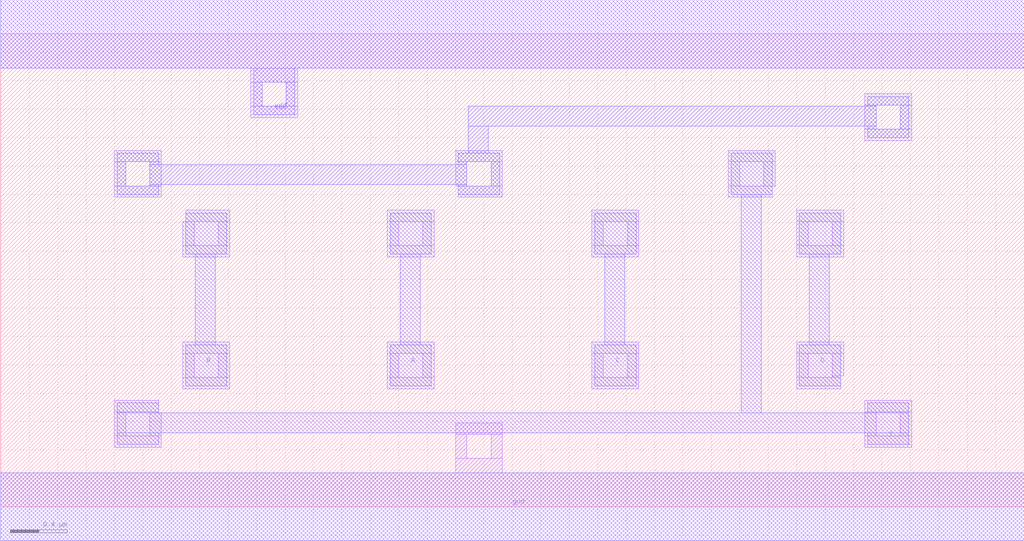
<source format=lef>
VERSION 5.7 ;
  NOWIREEXTENSIONATPIN ON ;
  DIVIDERCHAR "/" ;
  BUSBITCHARS "[]" ;
MACRO AOI22X1
  CLASS CORE ;
  FOREIGN AOI22X1 ;
  ORIGIN 0.000 0.000 ;
  SIZE 7.200 BY 3.330 ;
  SYMMETRY X Y R90 ;
  SITE unit ;
  PIN vdd
    DIRECTION INOUT ;
    USE POWER ;
    SHAPE ABUTMENT ;
    PORT
      LAYER met1 ;
        RECT 0.000 3.090 7.200 3.570 ;
        RECT 1.780 2.990 2.070 3.090 ;
        RECT 1.780 2.820 1.840 2.990 ;
        RECT 2.010 2.820 2.070 2.990 ;
        RECT 1.780 2.760 2.070 2.820 ;
    END
    PORT
      LAYER li1 ;
        RECT 0.000 3.090 7.200 3.570 ;
        RECT 1.760 2.990 2.090 3.090 ;
        RECT 1.760 2.820 1.840 2.990 ;
        RECT 2.010 2.820 2.090 2.990 ;
        RECT 1.760 2.740 2.090 2.820 ;
    END
  END vdd
  PIN gnd
    DIRECTION INOUT ;
    USE GROUND ;
    SHAPE ABUTMENT ;
    PORT
      LAYER met1 ;
        RECT 0.000 -0.240 7.200 0.240 ;
    END
    PORT
      LAYER li1 ;
        RECT 3.200 0.510 3.530 0.590 ;
        RECT 3.200 0.340 3.280 0.510 ;
        RECT 3.450 0.340 3.530 0.510 ;
        RECT 3.200 0.240 3.530 0.340 ;
        RECT 0.000 -0.240 7.200 0.240 ;
    END
  END gnd
  PIN Y
    DIRECTION INOUT ;
    USE SIGNAL ;
    SHAPE ABUTMENT ;
    PORT
      LAYER met1 ;
        RECT 5.140 2.200 5.430 2.490 ;
        RECT 0.820 0.660 1.110 0.730 ;
        RECT 5.210 0.660 5.350 2.200 ;
        RECT 6.100 0.660 6.390 0.730 ;
        RECT 0.820 0.520 6.390 0.660 ;
        RECT 0.820 0.440 1.110 0.520 ;
        RECT 6.100 0.440 6.390 0.520 ;
    END
  END Y
  PIN D
    DIRECTION INOUT ;
    USE SIGNAL ;
    SHAPE ABUTMENT ;
    PORT
      LAYER met1 ;
        RECT 5.620 1.780 5.910 2.070 ;
        RECT 5.690 1.140 5.830 1.780 ;
        RECT 5.620 0.850 5.910 1.140 ;
    END
  END D
  PIN B
    DIRECTION INOUT ;
    USE SIGNAL ;
    SHAPE ABUTMENT ;
    PORT
      LAYER met1 ;
        RECT 1.300 1.780 1.590 2.070 ;
        RECT 1.370 1.140 1.510 1.780 ;
        RECT 1.300 0.850 1.590 1.140 ;
    END
  END B
  PIN C
    DIRECTION INOUT ;
    USE SIGNAL ;
    SHAPE ABUTMENT ;
    PORT
      LAYER met1 ;
        RECT 4.180 1.780 4.470 2.070 ;
        RECT 4.250 1.140 4.390 1.780 ;
        RECT 4.180 0.850 4.470 1.140 ;
    END
  END C
  PIN A
    DIRECTION INOUT ;
    USE SIGNAL ;
    SHAPE ABUTMENT ;
    PORT
      LAYER met1 ;
        RECT 2.740 1.780 3.030 2.070 ;
        RECT 2.810 1.140 2.950 1.780 ;
        RECT 2.740 0.850 3.030 1.140 ;
    END
  END A
  OBS
      LAYER li1 ;
        RECT 6.080 2.830 6.410 2.910 ;
        RECT 6.080 2.660 6.160 2.830 ;
        RECT 6.330 2.660 6.410 2.830 ;
        RECT 6.080 2.580 6.410 2.660 ;
        RECT 0.800 2.430 1.130 2.510 ;
        RECT 0.800 2.260 0.880 2.430 ;
        RECT 1.050 2.260 1.130 2.430 ;
        RECT 3.200 2.430 3.530 2.510 ;
        RECT 3.200 2.260 3.280 2.430 ;
        RECT 3.450 2.260 3.530 2.430 ;
        RECT 0.800 2.180 1.130 2.260 ;
        RECT 3.220 2.180 3.530 2.260 ;
        RECT 5.120 2.430 5.450 2.510 ;
        RECT 5.120 2.260 5.200 2.430 ;
        RECT 5.370 2.260 5.450 2.430 ;
        RECT 5.120 2.180 5.430 2.260 ;
        RECT 1.300 2.010 1.610 2.090 ;
        RECT 1.280 1.840 1.360 2.010 ;
        RECT 1.530 1.840 1.610 2.010 ;
        RECT 1.280 1.760 1.610 1.840 ;
        RECT 2.720 2.010 3.050 2.090 ;
        RECT 2.720 1.840 2.800 2.010 ;
        RECT 2.970 1.840 3.050 2.010 ;
        RECT 2.720 1.760 3.050 1.840 ;
        RECT 4.160 2.010 4.490 2.090 ;
        RECT 4.160 1.840 4.240 2.010 ;
        RECT 4.410 1.840 4.490 2.010 ;
        RECT 4.160 1.760 4.490 1.840 ;
        RECT 5.600 2.010 5.930 2.090 ;
        RECT 5.600 1.840 5.680 2.010 ;
        RECT 5.850 1.840 5.930 2.010 ;
        RECT 5.600 1.760 5.930 1.840 ;
        RECT 1.280 1.080 1.610 1.160 ;
        RECT 1.280 0.910 1.360 1.080 ;
        RECT 1.530 0.910 1.610 1.080 ;
        RECT 1.280 0.830 1.610 0.910 ;
        RECT 2.720 1.080 3.050 1.160 ;
        RECT 2.720 0.910 2.800 1.080 ;
        RECT 2.970 0.910 3.050 1.080 ;
        RECT 2.720 0.830 3.050 0.910 ;
        RECT 4.160 1.080 4.490 1.160 ;
        RECT 4.160 0.910 4.240 1.080 ;
        RECT 4.410 0.910 4.490 1.080 ;
        RECT 4.160 0.830 4.490 0.910 ;
        RECT 5.600 1.080 5.930 1.160 ;
        RECT 5.600 0.910 5.680 1.080 ;
        RECT 5.850 0.920 5.930 1.080 ;
        RECT 5.850 0.910 5.910 0.920 ;
        RECT 5.600 0.830 5.910 0.910 ;
        RECT 0.800 0.670 1.110 0.750 ;
        RECT 0.800 0.500 0.880 0.670 ;
        RECT 1.050 0.660 1.110 0.670 ;
        RECT 6.080 0.670 6.410 0.750 ;
        RECT 1.050 0.500 1.130 0.660 ;
        RECT 0.800 0.420 1.130 0.500 ;
        RECT 6.080 0.500 6.160 0.670 ;
        RECT 6.330 0.500 6.410 0.670 ;
        RECT 6.080 0.420 6.410 0.500 ;
      LAYER met1 ;
        RECT 6.100 2.830 6.390 2.890 ;
        RECT 6.100 2.820 6.160 2.830 ;
        RECT 3.290 2.680 6.160 2.820 ;
        RECT 3.290 2.490 3.430 2.680 ;
        RECT 6.100 2.660 6.160 2.680 ;
        RECT 6.330 2.660 6.390 2.830 ;
        RECT 6.100 2.600 6.390 2.660 ;
        RECT 0.820 2.430 1.110 2.490 ;
        RECT 0.820 2.260 0.880 2.430 ;
        RECT 1.050 2.410 1.110 2.430 ;
        RECT 3.220 2.430 3.510 2.490 ;
        RECT 3.220 2.410 3.280 2.430 ;
        RECT 1.050 2.270 3.280 2.410 ;
        RECT 1.050 2.260 1.110 2.270 ;
        RECT 0.820 2.200 1.110 2.260 ;
        RECT 3.220 2.260 3.280 2.270 ;
        RECT 3.450 2.260 3.510 2.430 ;
        RECT 3.220 2.200 3.510 2.260 ;
  END
END AOI22X1
END LIBRARY


</source>
